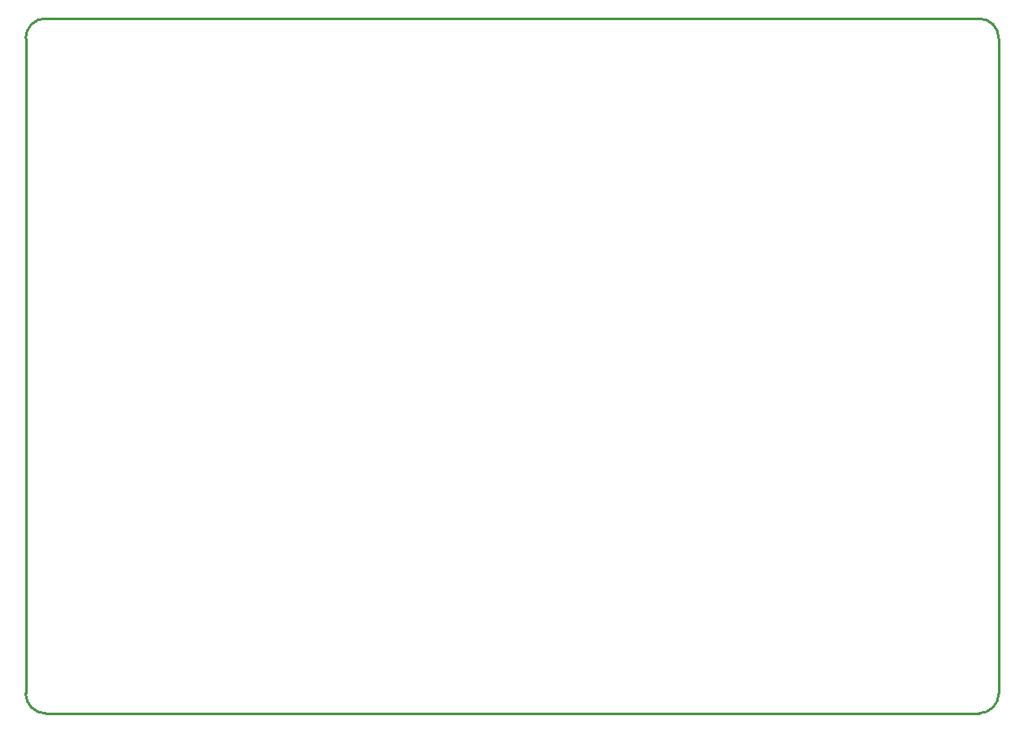
<source format=gm1>
G04*
G04 #@! TF.GenerationSoftware,Altium Limited,Altium Designer,19.1.7 (138)*
G04*
G04 Layer_Color=16711935*
%FSLAX25Y25*%
%MOIN*%
G70*
G01*
G75*
%ADD10C,0.01000*%
D10*
X8374Y276091D02*
G03*
X500Y268216I0J-7874D01*
G01*
X386327D02*
G03*
X378453Y276091I-7874J0D01*
G01*
X378453Y500D02*
G03*
X386327Y8374I-0J7874D01*
G01*
X500D02*
G03*
X8374Y500I7874J0D01*
G01*
X500Y8374D02*
G03*
X8374Y500I7874J0D01*
G01*
X500Y8374D02*
Y268216D01*
X8374Y276091D02*
X378453D01*
X8500Y500D02*
X378579D01*
X386327Y8374D02*
Y268216D01*
X8374Y500D02*
X378453D01*
M02*

</source>
